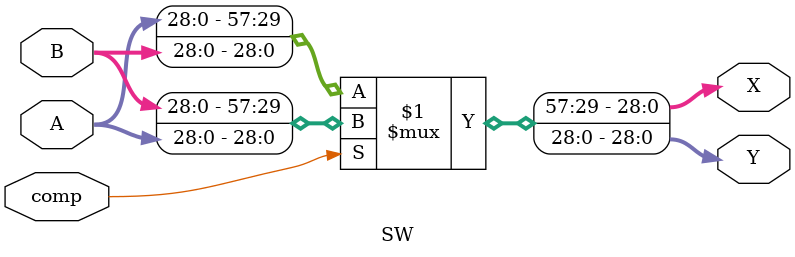
<source format=v>
module BSort7(reset, load, clk, in, color_index, image_out_index, out_valid);

input reset, load, clk;
input [23:0] in;
output [1:0] color_index;
output [4:0] image_out_index;
output reg out_valid;

wire compare;
wire [28:0] X, Y;
wire [4:0] _j, _i;
wire [4:0] _k;
wire [5:0] _index;


reg [4:0] i, j, k;
reg [2:0] s;
reg [5:0] index;

reg [2:0] ns;
reg [28:0] out;
reg [28:0] A[31:0];
wire reset_j, en;
wire j30, s4, s5;

assign color_index = out[23:22];
assign image_out_index = out[28:24];
	
		
always@(posedge clk or  posedge reset)
	if(reset)
		s <= 3'd0; 
	else
		s <= ns;

always@(*)
	case (s)
	3'd0:
		ns = (index[5])? 3'd1:3'd0;
	3'd1:
		ns = 3'd2;
	3'd2:
		ns = 3'd3;
	3'd3:
		ns = (j30)? 3'd4:3'd3;
	3'd4:
		ns = (&i)? 3'd5:3'd2;
	3'd5:
		ns = (&k)? 3'd0:3'd5;
	default:
		ns = 3'd0;
	endcase
	
assign j30 = ((&j[4:1])&(~j[0]));	
assign reset_j = ((~s[2])&(s[1]^s[0]));
assign en = (~s[2])&s[1];

always @(posedge clk or posedge reset)
	if (reset)
		j <= 5'd0;
	else
		if (load)
			j <= _j;
		else 
			if (~(|s))
				j <= j;
				else
					if (reset_j)
						j <= 5'd0;
					else
						if (j30)
							j <= 5'd30;
						else 
							j <= _j;
					
					
assign _j = j + 5'd1;
assign _i = i + 5'd1;
assign _k = k + 5'd1;
assign _index = index + 6'd1;
assign s4 = (s[2]&(~s[1])&(~s[0]));
assign s5 = (s[2]&(~s[1])&s[0]);

always @(posedge clk or posedge reset)
	if (reset)
		i <= 5'd0;
	else 
		if (s4)
			i <= _i;
		else
			i <= i;
			
always @(posedge clk or posedge reset)
	if (reset)
		k <= 5'd0;
	else
		if (s5)
			begin
			k <= _k;
			out_valid <= 1'd1;
			end
		else
			begin
			k <= k;
			out_valid <= 1'd0;
			end
				

always @(posedge clk or posedge reset)
	if(reset)
		index <= 6'd0;
	else if(load)
		index <= _index;
	else index <= index;
	
	
always @(posedge clk)
	if (load)
		A[j] <= {j, in};
	else 
		if (en)
			begin
			A[j] <= X;
			A[_j] <= Y;
			end
		else A[j] <= A[j];

assign compare = (A[j][23:0] > A[_j][23:0])? 1'b1:1'b0;
SW u0(A[j], A[_j], compare, X, Y);

always@(posedge clk)
	if (s5)
		out <= A[k];
	else
		out <= 29'd0;

endmodule


module SW(A, B, comp, X, Y);
input [28:0] A, B;
input comp;
output [28:0] X, Y;
assign {X, Y} = (comp)? {B, A}:{A, B};
endmodule
</source>
